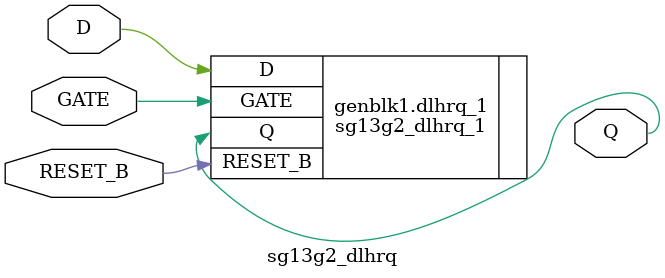
<source format=v>
`default_nettype none

module sg13g2_dlhrq #(
    parameter integer DRIVE_LEVEL = 1
) (
    Q      ,
    RESET_B,
    D      ,
    GATE
);

    // Module ports
    output Q      ;
    input  RESET_B;
    input  D      ;
    input  GATE   ;

    generate
`ifdef SYNTHESIS
        if (DRIVE_LEVEL == 1) begin
            sg13g2_dlhrq_1 dlhrq_1 (
`ifdef USE_POWER_PINS
                .VPWR    (1'b1),
                .VGND    (1'b0),
                .VPB     (1'b1),
                .VNB     (1'b0),
`endif
                .Q       (Q),
                .RESET_B (RESET_B),
                .D       (D),
                .GATE    (GATE)
            );
        end else begin
            // Check sg13g2 cell library for your requirement and add case
            $error("DRIVE_LEVEL=%d is not implemented", DRIVE_LEVEL);
        end
`else
        reg q;
        always_latch begin
            if (!RESET_B)
                q = 1'b0;
            else if(GATE)
                q = D;
        end
        assign Q = q;
`endif
    endgenerate

endmodule

</source>
